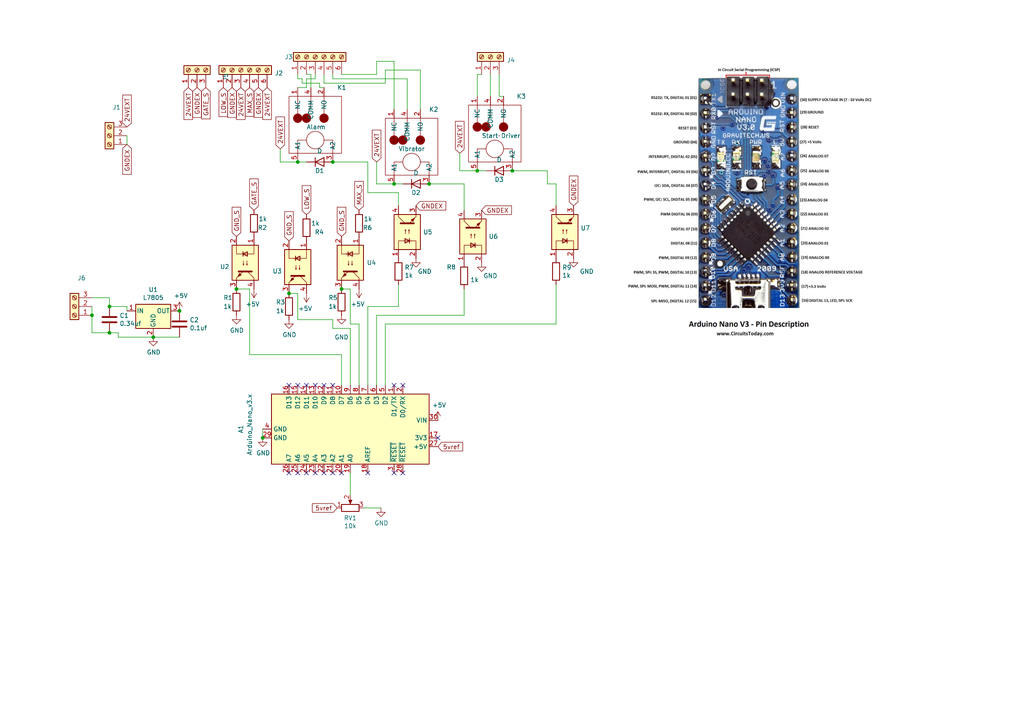
<source format=kicad_sch>
(kicad_sch (version 20230121) (generator eeschema)
  (paper "A4")
  (title_block (title "Digital control for graphite system") (date "2019-12-12") (rev "a1 by Fernando Treviño"))
  (lib_symbols
    (symbol "Connector:Screw_Terminal_01x03" (pin_names (offset 1.016) hide)
      (property "Reference" "J" (at 0 5.08 0))
      (property "Value" "Screw_Terminal_01x03" (at 0 -5.08 0))
      (symbol "Screw_Terminal_01x03_1_1"
        (rectangle (start -1.27 3.81) (end 1.27 -3.81) (stroke (width 0.254)) (fill (type background)))
        (circle (center 0 -2.54) (radius 0.635) (stroke (width 0.1524)))
        (polyline (pts (xy -0.5334 -2.2098) (xy 0.3302 -3.048)) (stroke (width 0.1524)))
        (polyline (pts (xy -0.5334 0.3302) (xy 0.3302 -0.508)) (stroke (width 0.1524)))
        (polyline (pts (xy -0.5334 2.8702) (xy 0.3302 2.032)) (stroke (width 0.1524)))
        (polyline (pts (xy -0.3556 -2.032) (xy 0.508 -2.8702)) (stroke (width 0.1524)))
        (polyline (pts (xy -0.3556 0.508) (xy 0.508 -0.3302)) (stroke (width 0.1524)))
        (polyline (pts (xy -0.3556 3.048) (xy 0.508 2.2098)) (stroke (width 0.1524)))
        (circle (center 0 0) (radius 0.635) (stroke (width 0.1524)))
        (circle (center 0 2.54) (radius 0.635) (stroke (width 0.1524)))
        (pin passive line (at -5.08 2.54 0) (length 3.81) (name "Pin_1") (number "1"))
        (pin passive line (at -5.08 0 0) (length 3.81) (name "Pin_2") (number "2"))
        (pin passive line (at -5.08 -2.54 0) (length 3.81) (name "Pin_3") (number "3"))
      )
    )
    (symbol "Connector:Screw_Terminal_01x06" (pin_names (offset 1.016) hide)
      (property "Reference" "J" (at 0 7.62 0))
      (property "Value" "Screw_Terminal_01x06" (at 0 -10.16 0))
      (symbol "Screw_Terminal_01x06_1_1"
        (rectangle (start -1.27 6.35) (end 1.27 -8.89) (stroke (width 0.254)) (fill (type background)))
        (circle (center 0 -7.62) (radius 0.635) (stroke (width 0.1524)))
        (circle (center 0 -5.08) (radius 0.635) (stroke (width 0.1524)))
        (circle (center 0 -2.54) (radius 0.635) (stroke (width 0.1524)))
        (polyline (pts (xy -0.5334 -7.2898) (xy 0.3302 -8.128)) (stroke (width 0.1524)))
        (polyline (pts (xy -0.5334 -4.7498) (xy 0.3302 -5.588)) (stroke (width 0.1524)))
        (polyline (pts (xy -0.5334 -2.2098) (xy 0.3302 -3.048)) (stroke (width 0.1524)))
        (polyline (pts (xy -0.5334 0.3302) (xy 0.3302 -0.508)) (stroke (width 0.1524)))
        (polyline (pts (xy -0.5334 2.8702) (xy 0.3302 2.032)) (stroke (width 0.1524)))
        (polyline (pts (xy -0.5334 5.4102) (xy 0.3302 4.572)) (stroke (width 0.1524)))
        (polyline (pts (xy -0.3556 -7.112) (xy 0.508 -7.9502)) (stroke (width 0.1524)))
        (polyline (pts (xy -0.3556 -4.572) (xy 0.508 -5.4102)) (stroke (width 0.1524)))
        (polyline (pts (xy -0.3556 -2.032) (xy 0.508 -2.8702)) (stroke (width 0.1524)))
        (polyline (pts (xy -0.3556 0.508) (xy 0.508 -0.3302)) (stroke (width 0.1524)))
        (polyline (pts (xy -0.3556 3.048) (xy 0.508 2.2098)) (stroke (width 0.1524)))
        (polyline (pts (xy -0.3556 5.588) (xy 0.508 4.7498)) (stroke (width 0.1524)))
        (circle (center 0 0) (radius 0.635) (stroke (width 0.1524)))
        (circle (center 0 2.54) (radius 0.635) (stroke (width 0.1524)))
        (circle (center 0 5.08) (radius 0.635) (stroke (width 0.1524)))
        (pin passive line (at -5.08 5.08 0) (length 3.81) (name "Pin_1") (number "1"))
        (pin passive line (at -5.08 2.54 0) (length 3.81) (name "Pin_2") (number "2"))
        (pin passive line (at -5.08 0 0) (length 3.81) (name "Pin_3") (number "3"))
        (pin passive line (at -5.08 -2.54 0) (length 3.81) (name "Pin_4") (number "4"))
        (pin passive line (at -5.08 -5.08 0) (length 3.81) (name "Pin_5") (number "5"))
        (pin passive line (at -5.08 -7.62 0) (length 3.81) (name "Pin_6") (number "6"))
      )
    )
    (symbol "Device:C" (pin_numbers hide) (pin_names (offset 0.254))
      (property "Reference" "C" (at 0.635 2.54 0))
      (property "Value" "C" (at 0.635 -2.54 0))
      (symbol "C_0_1"
        (polyline (pts (xy -2.032 -0.762) (xy 2.032 -0.762)) (stroke (width 0.508)))
        (polyline (pts (xy -2.032 0.762) (xy 2.032 0.762)) (stroke (width 0.508)))
      )
      (symbol "C_1_1"
        (pin passive line (at 0 3.81 270) (length 2.794) (name "~") (number "1"))
        (pin passive line (at 0 -3.81 90) (length 2.794) (name "~") (number "2"))
      )
    )
    (symbol "Device:D" (pin_numbers hide) (pin_names (offset 1.016) hide)
      (property "Reference" "D" (at 0 2.54 0))
      (property "Value" "D" (at 0 -2.54 0))
      (symbol "D_0_1"
        (polyline (pts (xy -1.27 1.27) (xy -1.27 -1.27)) (stroke (width 0.254)))
        (polyline (pts (xy 1.27 0) (xy -1.27 0)))
        (polyline (pts (xy 1.27 1.27) (xy 1.27 -1.27) (xy -1.27 0) (xy 1.27 1.27)) (stroke (width 0.254)))
      )
      (symbol "D_1_1"
        (pin passive line (at -3.81 0 0) (length 2.54) (name "K") (number "1"))
        (pin passive line (at 3.81 0 180) (length 2.54) (name "A") (number "2"))
      )
    )
    (symbol "Device:R" (pin_numbers hide) (pin_names (offset 0))
      (property "Reference" "R" (at 2.032 0 90))
      (property "Value" "R" (at 0 0 90))
      (symbol "R_0_1"
        (rectangle (start -1.016 -2.54) (end 1.016 2.54) (stroke (width 0.254)))
      )
      (symbol "R_1_1"
        (pin passive line (at 0 3.81 270) (length 1.27) (name "~") (number "1"))
        (pin passive line (at 0 -3.81 90) (length 1.27) (name "~") (number "2"))
      )
    )
    (symbol "Isolator:PC817" (pin_names (offset 1.016))
      (property "Reference" "U" (at -5.08 5.08 0))
      (property "Value" "PC817" (at 0 5.08 0))
      (symbol "PC817_0_1"
        (rectangle (start -5.08 3.81) (end 5.08 -3.81) (stroke (width 0.254)) (fill (type background)))
        (polyline (pts (xy -3.175 -0.635) (xy -1.905 -0.635)) (stroke (width 0.254)))
        (polyline (pts (xy 2.54 0.635) (xy 4.445 2.54)))
        (polyline (pts (xy 4.445 -2.54) (xy 2.54 -0.635)) (fill (type outline)))
        (polyline (pts (xy 4.445 -2.54) (xy 5.08 -2.54)))
        (polyline (pts (xy 4.445 2.54) (xy 5.08 2.54)))
        (polyline (pts (xy -5.08 2.54) (xy -2.54 2.54) (xy -2.54 -0.635)))
        (polyline (pts (xy -2.54 -0.635) (xy -2.54 -2.54) (xy -5.08 -2.54)))
        (polyline (pts (xy 2.54 1.905) (xy 2.54 -1.905) (xy 2.54 -1.905)) (stroke (width 0.508)))
        (polyline (pts (xy -2.54 -0.635) (xy -3.175 0.635) (xy -1.905 0.635) (xy -2.54 -0.635)) (stroke (width 0.254)))
        (polyline (pts (xy -0.508 -0.508) (xy 0.762 -0.508) (xy 0.381 -0.635) (xy 0.381 -0.381) (xy 0.762 -0.508)))
        (polyline (pts (xy -0.508 0.508) (xy 0.762 0.508) (xy 0.381 0.381) (xy 0.381 0.635) (xy 0.762 0.508)))
        (polyline (pts (xy 3.048 -1.651) (xy 3.556 -1.143) (xy 4.064 -2.159) (xy 3.048 -1.651) (xy 3.048 -1.651)) (fill (type outline)))
      )
      (symbol "PC817_1_1"
        (pin passive line (at -7.62 2.54 0) (length 2.54) (name "~") (number "1"))
        (pin passive line (at -7.62 -2.54 0) (length 2.54) (name "~") (number "2"))
        (pin passive line (at 7.62 -2.54 180) (length 2.54) (name "~") (number "3"))
        (pin passive line (at 7.62 2.54 180) (length 2.54) (name "~") (number "4"))
      )
    )
    (symbol "Isolator:SFH617A-2X016" (pin_names (offset 1.016))
      (property "Reference" "U" (at -5.08 5.08 0))
      (property "Value" "SFH617A-2X016" (at 0 5.08 0))
      (symbol "SFH617A-2X016_0_1"
        (rectangle (start -5.08 3.81) (end 5.08 -3.81) (stroke (width 0.254)) (fill (type background)))
        (polyline (pts (xy -3.175 -0.635) (xy -1.905 -0.635)) (stroke (width 0.254)))
        (polyline (pts (xy 2.54 0.635) (xy 4.445 2.54)))
        (polyline (pts (xy 4.445 -2.54) (xy 2.54 -0.635)) (fill (type outline)))
        (polyline (pts (xy 4.445 -2.54) (xy 5.08 -2.54)))
        (polyline (pts (xy 4.445 2.54) (xy 5.08 2.54)))
        (polyline (pts (xy -2.54 -0.635) (xy -2.54 -2.54) (xy -5.08 -2.54)))
        (polyline (pts (xy 2.54 1.905) (xy 2.54 -1.905) (xy 2.54 -1.905)) (stroke (width 0.508)))
        (polyline (pts (xy -5.08 2.54) (xy -2.54 2.54) (xy -2.54 -1.27) (xy -2.54 0.635)))
        (polyline (pts (xy -2.54 -0.635) (xy -3.175 0.635) (xy -1.905 0.635) (xy -2.54 -0.635)) (stroke (width 0.254)))
        (polyline (pts (xy -0.508 -0.508) (xy 0.762 -0.508) (xy 0.381 -0.635) (xy 0.381 -0.381) (xy 0.762 -0.508)))
        (polyline (pts (xy -0.508 0.508) (xy 0.762 0.508) (xy 0.381 0.381) (xy 0.381 0.635) (xy 0.762 0.508)))
        (polyline (pts (xy 3.048 -1.651) (xy 3.556 -1.143) (xy 4.064 -2.159) (xy 3.048 -1.651) (xy 3.048 -1.651)) (fill (type outline)))
      )
      (symbol "SFH617A-2X016_1_1"
        (pin passive line (at -7.62 2.54 0) (length 2.54) (name "~") (number "1"))
        (pin passive line (at -7.62 -2.54 0) (length 2.54) (name "~") (number "2"))
        (pin passive line (at 7.62 -2.54 180) (length 2.54) (name "~") (number "3"))
        (pin passive line (at 7.62 2.54 180) (length 2.54) (name "~") (number "4"))
      )
    )
    (symbol "MCU_Module:Arduino_Nano_v3.x"
      (property "Reference" "A" (at -10.16 23.495 0))
      (property "Value" "Arduino_Nano_v3.x" (at 5.08 -24.13 0))
      (symbol "Arduino_Nano_v3.x_0_1"
        (rectangle (start -10.16 22.86) (end 10.16 -22.86) (stroke (width 0.254)) (fill (type background)))
      )
      (symbol "Arduino_Nano_v3.x_1_1"
        (pin bidirectional line (at -12.7 12.7 0) (length 2.54) (name "D1/TX") (number "1"))
        (pin bidirectional line (at -12.7 -2.54 0) (length 2.54) (name "D7") (number "10"))
        (pin bidirectional line (at -12.7 -5.08 0) (length 2.54) (name "D8") (number "11"))
        (pin bidirectional line (at -12.7 -7.62 0) (length 2.54) (name "D9") (number "12"))
        (pin bidirectional line (at -12.7 -10.16 0) (length 2.54) (name "D10") (number "13"))
        (pin bidirectional line (at -12.7 -12.7 0) (length 2.54) (name "D11") (number "14"))
        (pin bidirectional line (at -12.7 -15.24 0) (length 2.54) (name "D12") (number "15"))
        (pin bidirectional line (at -12.7 -17.78 0) (length 2.54) (name "D13") (number "16"))
        (pin power_out line (at 2.54 25.4 270) (length 2.54) (name "3V3") (number "17"))
        (pin input line (at 12.7 5.08 180) (length 2.54) (name "AREF") (number "18"))
        (pin bidirectional line (at 12.7 0 180) (length 2.54) (name "A0") (number "19"))
        (pin bidirectional line (at -12.7 15.24 0) (length 2.54) (name "D0/RX") (number "2"))
        (pin bidirectional line (at 12.7 -2.54 180) (length 2.54) (name "A1") (number "20"))
        (pin bidirectional line (at 12.7 -5.08 180) (length 2.54) (name "A2") (number "21"))
        (pin bidirectional line (at 12.7 -7.62 180) (length 2.54) (name "A3") (number "22"))
        (pin bidirectional line (at 12.7 -10.16 180) (length 2.54) (name "A4") (number "23"))
        (pin bidirectional line (at 12.7 -12.7 180) (length 2.54) (name "A5") (number "24"))
        (pin bidirectional line (at 12.7 -15.24 180) (length 2.54) (name "A6") (number "25"))
        (pin bidirectional line (at 12.7 -17.78 180) (length 2.54) (name "A7") (number "26"))
        (pin power_out line (at 5.08 25.4 270) (length 2.54) (name "+5V") (number "27"))
        (pin input line (at 12.7 15.24 180) (length 2.54) (name "~{RESET}") (number "28"))
        (pin power_in line (at 2.54 -25.4 90) (length 2.54) (name "GND") (number "29"))
        (pin input line (at 12.7 12.7 180) (length 2.54) (name "~{RESET}") (number "3"))
        (pin power_in line (at -2.54 25.4 270) (length 2.54) (name "VIN") (number "30"))
        (pin power_in line (at 0 -25.4 90) (length 2.54) (name "GND") (number "4"))
        (pin bidirectional line (at -12.7 10.16 0) (length 2.54) (name "D2") (number "5"))
        (pin bidirectional line (at -12.7 7.62 0) (length 2.54) (name "D3") (number "6"))
        (pin bidirectional line (at -12.7 5.08 0) (length 2.54) (name "D4") (number "7"))
        (pin bidirectional line (at -12.7 2.54 0) (length 2.54) (name "D5") (number "8"))
        (pin bidirectional line (at -12.7 0 0) (length 2.54) (name "D6") (number "9"))
      )
    )
    (symbol "Regulator_Linear:L7805" (pin_names (offset 0.254))
      (property "Reference" "U" (at -3.81 3.175 0))
      (property "Value" "L7805" (at 0 3.175 0))
      (symbol "L7805_0_1"
        (rectangle (start -5.08 1.905) (end 5.08 -5.08) (stroke (width 0.254)) (fill (type background)))
      )
      (symbol "L7805_1_1"
        (pin power_in line (at -7.62 0 0) (length 2.54) (name "IN") (number "1"))
        (pin power_in line (at 0 -7.62 90) (length 2.54) (name "GND") (number "2"))
        (pin power_out line (at 7.62 0 180) (length 2.54) (name "OUT") (number "3"))
      )
    )
    (symbol "control_digital-rescue:R_POT-Device" (pin_names (offset 1.016) hide)
      (property "Reference" "RV" (at -4.445 0 90))
      (property "Value" "Device_R_POT" (at -2.54 0 90))
      (symbol "R_POT-Device_0_1"
        (polyline (pts (xy 2.54 0) (xy 1.524 0)))
        (polyline (pts (xy 1.143 0) (xy 2.286 0.508) (xy 2.286 -0.508) (xy 1.143 0)) (fill (type outline)))
        (rectangle (start 1.016 2.54) (end -1.016 -2.54) (stroke (width 0.254)))
      )
      (symbol "R_POT-Device_1_1"
        (pin passive line (at 0 3.81 270) (length 1.27) (name "1") (number "1"))
        (pin passive line (at 3.81 0 180) (length 1.27) (name "2") (number "2"))
        (pin passive line (at 0 -3.81 90) (length 1.27) (name "3") (number "3"))
      )
    )
    (symbol "control_digital-rescue:SRD-24VDC-SL-C-relay" (pin_names (offset 1.016))
      (property "Reference" "K" (at 0 10.16 0))
      (property "Value" "SRD-24VDC-SL-C-relay" (at 0 10.16 0))
      (symbol "SRD-24VDC-SL-C-relay_0_1"
        (rectangle (start -7.62 7.62) (end 8.89 -7.62))
        (circle (center -3.81 0) (radius 2.54))
        (circle (center 0 -1.27) (radius 0.0001))
        (polyline (pts (xy -7.62 5.08) (xy -7.62 5.08)))
        (polyline (pts (xy 3.81 -2.54) (xy 8.89 -2.54)))
        (polyline (pts (xy 3.81 5.08) (xy 8.89 5.08)))
        (polyline (pts (xy -3.81 -2.54) (xy -3.81 -5.08) (xy -7.62 -5.08)))
        (polyline (pts (xy -3.81 2.54) (xy -3.81 5.08) (xy -7.62 5.08)))
        (polyline (pts (xy 2.54 2.54) (xy 6.35 1.27) (xy 8.89 1.27)))
        (circle (center 2.54 -2.54) (radius 1.27) (fill (type outline)))
        (circle (center 2.54 2.54) (radius 1.27) (fill (type outline)))
        (circle (center 2.54 5.08) (radius 1.27) (fill (type outline)))
        (circle (center 3.81 2.54) (radius 0.0001))
        (circle (center 3.81 5.08) (radius 0.0001))
      )
      (symbol "SRD-24VDC-SL-C-relay_1_1"
        (pin bidirectional line (at 11.43 5.08 180) (length 2.54) (name "NC") (number "1"))
        (pin bidirectional line (at 11.43 -2.54 180) (length 2.54) (name "NO") (number "2"))
        (pin input line (at -10.16 -5.08 0) (length 2.54) (name "A2") (number "3"))
        (pin bidirectional line (at 11.43 1.27 180) (length 2.54) (name "COMM") (number "4"))
        (pin input line (at -10.16 5.08 0) (length 2.54) (name "A1") (number "5"))
      )
    )
    (symbol "power:+5V" (power) (pin_names (offset 0))
      (property "Value" "+5V" (at 0 3.556 0))
      (symbol "+5V_0_1"
        (polyline (pts (xy -0.762 1.27) (xy 0 2.54)))
        (polyline (pts (xy 0 0) (xy 0 2.54)))
        (polyline (pts (xy 0 2.54) (xy 0.762 1.27)))
      )
      (symbol "+5V_1_1"
        (pin power_in line (at 0 0 90) (length 0) hide (name "+5V") (number "1"))
      )
    )
    (symbol "power:GND" (power) (pin_names (offset 0))
      (property "Value" "GND" (at 0 -3.81 0))
      (symbol "GND_0_1"
        (polyline (pts (xy 0 0) (xy 0 -1.27) (xy 1.27 -1.27) (xy 0 -2.54) (xy -1.27 -1.27) (xy 0 -1.27)))
      )
      (symbol "GND_1_1"
        (pin power_in line (at 0 0 270) (length 0) hide (name "GND") (number "1"))
      )
    )
  )
  (junction (at 31.75 88.9))
  (junction (at 68.58 83.82))
  (junction (at 138.43 49.53))
  (junction (at 31.75 96.52))
  (junction (at 52.07 90.17))
  (junction (at 148.59 49.53))
  (junction (at 99.06 83.82))
  (junction (at 96.52 46.99))
  (junction (at 86.36 46.99))
  (junction (at 44.45 97.79))
  (junction (at 114.3 53.34))
  (junction (at 26.67 91.44))
  (junction (at 76.2 127))
  (junction (at 124.46 53.34))
  (junction (at 83.82 85.09))
  (no_connect (at 91.44 111.76))
  (no_connect (at 93.98 137.16))
  (no_connect (at 88.9 137.16))
  (no_connect (at 114.3 137.16))
  (no_connect (at 91.44 137.16))
  (no_connect (at 96.52 111.76))
  (no_connect (at 93.98 111.76))
  (no_connect (at 83.82 137.16))
  (no_connect (at 96.52 137.16))
  (no_connect (at 127 127))
  (no_connect (at 116.84 111.76))
  (no_connect (at 86.36 111.76))
  (no_connect (at 99.06 137.16))
  (no_connect (at 83.82 111.76))
  (no_connect (at 86.36 137.16))
  (no_connect (at 88.9 111.76))
  (no_connect (at 106.68 137.16))
  (no_connect (at 116.84 137.16))
  (no_connect (at 114.3 111.76))
  (wire (pts (xy 106.68 46.99) (xy 96.52 46.99)))
  (wire (pts (xy 99.06 111.76) (xy 99.06 102.87)))
  (wire (pts (xy 31.75 96.52) (xy 34.29 96.52)))
  (wire (pts (xy 114.3 17.78) (xy 114.3 31.75)))
  (wire (pts (xy 72.39 102.87) (xy 72.39 83.82)))
  (wire (pts (xy 99.06 21.59) (xy 109.22 21.59)))
  (wire (pts (xy 115.57 59.69) (xy 115.57 55.88)))
  (wire (pts (xy 104.14 93.98) (xy 104.14 111.76)))
  (wire (pts (xy 88.9 46.99) (xy 86.36 46.99)))
  (wire (pts (xy 31.75 86.36) (xy 26.67 86.36)))
  (wire (pts (xy 146.05 27.94) (xy 144.78 27.94)))
  (wire (pts (xy 83.82 85.09) (xy 86.36 85.09)))
  (wire (pts (xy 96.52 22.86) (xy 96.52 21.59)))
  (wire (pts (xy 88.9 22.86) (xy 91.44 22.86)))
  (wire (pts (xy 87.63 22.86) (xy 86.36 22.86)))
  (wire (pts (xy 81.28 46.99) (xy 81.28 43.18)))
  (wire (pts (xy 93.98 24.13) (xy 111.76 24.13)))
  (wire (pts (xy 148.59 49.53) (xy 158.75 49.53)))
  (wire (pts (xy 134.62 53.34) (xy 124.46 53.34)))
  (wire (pts (xy 106.68 111.76) (xy 106.68 88.9)))
  (wire (pts (xy 31.75 88.9) (xy 31.75 86.36)))
  (wire (pts (xy 99.06 102.87) (xy 72.39 102.87)))
  (wire (pts (xy 34.29 97.79) (xy 44.45 97.79)))
  (wire (pts (xy 26.67 88.9) (xy 26.67 91.44)))
  (wire (pts (xy 88.9 25.4) (xy 88.9 22.86)))
  (wire (pts (xy 92.71 24.13) (xy 87.63 24.13)))
  (wire (pts (xy 118.11 22.86) (xy 96.52 22.86)))
  (wire (pts (xy 86.36 25.4) (xy 88.9 25.4)))
  (wire (pts (xy 106.68 55.88) (xy 106.68 46.99)))
  (wire (pts (xy 109.22 21.59) (xy 109.22 17.78)))
  (wire (pts (xy 115.57 88.9) (xy 115.57 82.55)))
  (wire (pts (xy 36.83 90.17) (xy 36.83 88.9)))
  (wire (pts (xy 111.76 111.76) (xy 111.76 93.98)))
  (wire (pts (xy 116.84 53.34) (xy 114.3 53.34)))
  (wire (pts (xy 26.67 96.52) (xy 31.75 96.52)))
  (wire (pts (xy 158.75 53.34) (xy 161.29 53.34)))
  (wire (pts (xy 161.29 93.98) (xy 161.29 82.55)))
  (wire (pts (xy 86.36 85.09) (xy 86.36 92.71)))
  (wire (pts (xy 109.22 91.44) (xy 134.62 91.44)))
  (wire (pts (xy 161.29 53.34) (xy 161.29 59.69)))
  (wire (pts (xy 90.17 25.4) (xy 90.17 21.59)))
  (wire (pts (xy 109.22 53.34) (xy 109.22 46.99)))
  (wire (pts (xy 26.67 91.44) (xy 26.67 96.52)))
  (wire (pts (xy 111.76 20.32) (xy 121.92 20.32)))
  (wire (pts (xy 44.45 97.79) (xy 52.07 97.79)))
  (wire (pts (xy 36.83 88.9) (xy 31.75 88.9)))
  (wire (pts (xy 109.22 111.76) (xy 109.22 91.44)))
  (wire (pts (xy 93.98 25.4) (xy 92.71 25.4)))
  (wire (pts (xy 111.76 24.13) (xy 111.76 20.32)))
  (wire (pts (xy 87.63 24.13) (xy 87.63 22.86)))
  (wire (pts (xy 76.2 124.46) (xy 76.2 127)))
  (wire (pts (xy 109.22 53.34) (xy 114.3 53.34)))
  (wire (pts (xy 93.98 21.59) (xy 93.98 24.13)))
  (wire (pts (xy 133.35 44.45) (xy 133.35 49.53)))
  (wire (pts (xy 96.52 92.71) (xy 96.52 95.25)))
  (wire (pts (xy 138.43 21.59) (xy 139.7 21.59)))
  (wire (pts (xy 105.41 147.32) (xy 110.49 147.32)))
  (wire (pts (xy 118.11 31.75) (xy 118.11 22.86)))
  (wire (pts (xy 138.43 27.94) (xy 138.43 21.59)))
  (wire (pts (xy 111.76 93.98) (xy 161.29 93.98)))
  (wire (pts (xy 99.06 83.82) (xy 101.6 83.82)))
  (wire (pts (xy 134.62 83.82) (xy 134.62 91.44)))
  (wire (pts (xy 68.58 83.82) (xy 72.39 83.82)))
  (wire (pts (xy 91.44 22.86) (xy 91.44 21.59)))
  (wire (pts (xy 133.35 49.53) (xy 138.43 49.53)))
  (wire (pts (xy 134.62 60.96) (xy 134.62 53.34)))
  (wire (pts (xy 144.78 27.94) (xy 144.78 21.59)))
  (wire (pts (xy 90.17 21.59) (xy 88.9 21.59)))
  (wire (pts (xy 101.6 83.82) (xy 101.6 93.98)))
  (wire (pts (xy 96.52 95.25) (xy 101.6 95.25)))
  (wire (pts (xy 101.6 95.25) (xy 101.6 111.76)))
  (wire (pts (xy 109.22 17.78) (xy 114.3 17.78)))
  (wire (pts (xy 34.29 96.52) (xy 34.29 97.79)))
  (wire (pts (xy 86.36 92.71) (xy 96.52 92.71)))
  (wire (pts (xy 121.92 20.32) (xy 121.92 31.75)))
  (wire (pts (xy 106.68 88.9) (xy 115.57 88.9)))
  (wire (pts (xy 115.57 55.88) (xy 106.68 55.88)))
  (wire (pts (xy 99.06 82.55) (xy 99.06 83.82)))
  (wire (pts (xy 86.36 22.86) (xy 86.36 21.59)))
  (wire (pts (xy 86.36 46.99) (xy 81.28 46.99)))
  (wire (pts (xy 158.75 49.53) (xy 158.75 53.34)))
  (wire (pts (xy 142.24 27.94) (xy 142.24 21.59)))
  (wire (pts (xy 101.6 137.16) (xy 101.6 143.51)))
  (wire (pts (xy 138.43 49.53) (xy 140.97 49.53)))
  (wire (pts (xy 92.71 25.4) (xy 92.71 24.13)))
  (wire (pts (xy 36.83 39.37) (xy 36.83 41.91)))
  (wire (pts (xy 101.6 93.98) (xy 104.14 93.98)))
  (image (at 217.17 58.42))
  (global_label "5vref" (shape input) (at 97.79 147.32 180) (property "Intersheetrefs" "${INTERSHEET_REFS}" (effects hide)))
  (global_label "24VEXT" (shape input) (at 109.22 46.99 90) (property "Intersheetrefs" "${INTERSHEET_REFS}" (effects hide)))
  (global_label "GNDEX" (shape input) (at 120.65 59.69 0) (property "Intersheetrefs" "${INTERSHEET_REFS}" (effects hide)))
  (global_label "24VEXT" (shape input) (at 77.47 25.4 270) (property "Intersheetrefs" "${INTERSHEET_REFS}" (effects hide)))
  (global_label "GNDEX" (shape input) (at 74.93 25.4 270) (property "Intersheetrefs" "${INTERSHEET_REFS}" (effects hide)))
  (global_label "5vref" (shape input) (at 127 129.54 0) (property "Intersheetrefs" "${INTERSHEET_REFS}" (effects hide)))
  (global_label "24VEXT" (shape input) (at 36.83 36.83 90) (property "Intersheetrefs" "${INTERSHEET_REFS}" (effects hide)))
  (global_label "GATE_S" (shape input) (at 73.66 60.96 90) (property "Intersheetrefs" "${INTERSHEET_REFS}" (effects hide)))
  (global_label "LOW_S" (shape input) (at 88.9 62.23 90) (property "Intersheetrefs" "${INTERSHEET_REFS}" (effects hide)))
  (global_label "MAX_S" (shape input) (at 72.39 25.4 270) (property "Intersheetrefs" "${INTERSHEET_REFS}" (effects hide)))
  (global_label "GND_S" (shape input) (at 99.06 68.58 90) (property "Intersheetrefs" "${INTERSHEET_REFS}" (effects hide)))
  (global_label "24VEXT" (shape input) (at 81.28 43.18 90) (property "Intersheetrefs" "${INTERSHEET_REFS}" (effects hide)))
  (global_label "GNDEX" (shape input) (at 36.83 41.91 270) (property "Intersheetrefs" "${INTERSHEET_REFS}" (effects hide)))
  (global_label "GNDEX" (shape input) (at 57.15 25.4 270) (property "Intersheetrefs" "${INTERSHEET_REFS}" (effects hide)))
  (global_label "MAX_S" (shape input) (at 104.14 60.96 90) (property "Intersheetrefs" "${INTERSHEET_REFS}" (effects hide)))
  (global_label "24VEXT" (shape input) (at 54.61 25.4 270) (property "Intersheetrefs" "${INTERSHEET_REFS}" (effects hide)))
  (global_label "GND_S" (shape input) (at 68.58 68.58 90) (property "Intersheetrefs" "${INTERSHEET_REFS}" (effects hide)))
  (global_label "LOW_S" (shape input) (at 64.77 25.4 270) (property "Intersheetrefs" "${INTERSHEET_REFS}" (effects hide)))
  (global_label "GNDEX" (shape input) (at 166.37 59.69 90) (property "Intersheetrefs" "${INTERSHEET_REFS}" (effects hide)))
  (global_label "GATE_S" (shape input) (at 59.69 25.4 270) (property "Intersheetrefs" "${INTERSHEET_REFS}" (effects hide)))
  (global_label "GND_S" (shape input) (at 83.82 69.85 90) (property "Intersheetrefs" "${INTERSHEET_REFS}" (effects hide)))
  (global_label "GNDEX" (shape input) (at 67.31 25.4 270) (property "Intersheetrefs" "${INTERSHEET_REFS}" (effects hide)))
  (global_label "24VEXT" (shape input) (at 69.85 25.4 270) (property "Intersheetrefs" "${INTERSHEET_REFS}" (effects hide)))
  (global_label "24VEXT" (shape input) (at 133.35 44.45 90) (property "Intersheetrefs" "${INTERSHEET_REFS}" (effects hide)))
  (global_label "GNDEX" (shape input) (at 139.7 60.96 0) (property "Intersheetrefs" "${INTERSHEET_REFS}" (effects hide)))
  (symbol (lib_id "MCU_Module:Arduino_Nano_v3.x") (at 101.6 124.46 270) (unit 1)
    (property "Reference" "A1" (at 69.85 125.73 0) (effects (justify right)))
    (property "Value" "Arduino_Nano_v3.x" (at 72.39 132.08 0) (effects (justify right)))
    (property "Footprint" "Module:Arduino_Nano" (effects hide))
    (property "Datasheet" "http://www.mouser.com/pdfdocs/Gravitech_Arduino_Nano3_0.pdf" (effects hide))
  )
  (symbol (lib_id "Regulator_Linear:L7805") (at 44.45 90.17 0) (unit 1)
    (property "Reference" "U1" (at 44.45 84.0232 0))
    (property "Value" "L7805" (at 44.45 86.3346 0))
    (property "Footprint" "Fernando_library:Regulator7805" (effects hide))
    (property "Datasheet" "http://www.st.com/content/ccc/resource/technical/document/datasheet/41/4f/b3/b0/12/d4/47/88/CD00000444.pdf/files/CD00000444.pdf/jcr:content/translations/en.CD00000444.pdf" (effects hide))
  )
  (symbol (lib_id "Isolator:SFH617A-2X016") (at 101.6 76.2 270) (unit 1)
    (property "Reference" "U4" (at 106.3752 76.2 90) (effects (justify left)))
    (property "Value" "SFH617A-2X016" (effects hide))
    (property "Footprint" "Package_DIP:DIP-4_W10.16mm" (effects hide))
    (property "Datasheet" "http://www.vishay.com/docs/83740/sfh617a.pdf" (effects hide))
  )
  (symbol (lib_id "Isolator:SFH617A-2X016") (at 86.36 77.47 270) (unit 1)
    (property "Reference" "U3" (at 81.788 78.6384 90) (effects (justify right)))
    (property "Value" "SFH617A-2X016" (effects hide))
    (property "Footprint" "Package_DIP:DIP-4_W10.16mm" (effects hide))
    (property "Datasheet" "http://www.vishay.com/docs/83740/sfh617a.pdf" (effects hide))
  )
  (symbol (lib_id "Isolator:PC817") (at 71.12 76.2 270) (unit 1)
    (property "Reference" "U2" (at 66.548 77.3684 90) (effects (justify right)))
    (property "Value" "SFH617A-2X016" (effects hide))
    (property "Footprint" "Package_DIP:DIP-4_W7.62mm" (effects hide))
    (property "Datasheet" "http://www.soselectronic.cz/a_info/resource/d/pc817.pdf" (effects hide))
  )
  (symbol (lib_id "Isolator:SFH617A-2X016") (at 118.11 67.31 90) (unit 1)
    (property "Reference" "U5" (at 122.682 67.31 90) (effects (justify right)))
    (property "Value" "SFH617A-2X016" (effects hide))
    (property "Footprint" "Package_DIP:DIP-4_W10.16mm" (effects hide))
    (property "Datasheet" "http://www.vishay.com/docs/83740/sfh617a.pdf" (effects hide))
  )
  (symbol (lib_id "Isolator:SFH617A-2X016") (at 137.16 68.58 90) (unit 1)
    (property "Reference" "U6" (at 141.732 68.58 90) (effects (justify right)))
    (property "Value" "SFH617A-2X016" (effects hide))
    (property "Footprint" "Package_DIP:DIP-4_W10.16mm" (effects hide))
    (property "Datasheet" "http://www.vishay.com/docs/83740/sfh617a.pdf" (effects hide))
  )
  (symbol (lib_id "Isolator:SFH617A-2X016") (at 163.83 67.31 90) (unit 1)
    (property "Reference" "U7" (at 168.402 66.1416 90) (effects (justify right)))
    (property "Value" "SFH617A-2X016" (effects hide))
    (property "Footprint" "Package_DIP:DIP-4_W10.16mm" (effects hide))
    (property "Datasheet" "http://www.vishay.com/docs/83740/sfh617a.pdf" (effects hide))
  )
  (symbol (lib_id "Device:R") (at 161.29 78.74 0) (unit 1)
    (property "Reference" "R9" (at 163.068 77.5716 0) (effects (justify left)))
    (property "Value" "1k" (at 163.068 79.883 0) (effects (justify left)))
    (property "Footprint" "Resistor_THT:R_Axial_DIN0309_L9.0mm_D3.2mm_P12.70mm_Horizontal" (effects hide))
  )
  (symbol (lib_id "Device:R") (at 134.62 80.01 0) (unit 1)
    (property "Reference" "R8" (at 129.54 77.47 0) (effects (justify left)))
    (property "Value" "1k" (at 136.398 81.153 0) (effects (justify left)))
    (property "Footprint" "Resistor_THT:R_Axial_DIN0309_L9.0mm_D3.2mm_P12.70mm_Horizontal" (effects hide))
  )
  (symbol (lib_id "Device:R") (at 115.57 78.74 0) (unit 1)
    (property "Reference" "R7" (at 117.348 77.5716 0) (effects (justify left)))
    (property "Value" "1k" (at 117.348 79.883 0) (effects (justify left)))
    (property "Footprint" "Resistor_THT:R_Axial_DIN0309_L9.0mm_D3.2mm_P12.70mm_Horizontal" (effects hide))
  )
  (symbol (lib_id "Device:R") (at 73.66 64.77 180) (unit 1)
    (property "Reference" "R2" (at 77.47 66.04 0) (effects (justify left)))
    (property "Value" "1k" (at 77.47 63.5 0) (effects (justify left)))
    (property "Footprint" "Resistor_THT:R_Axial_DIN0309_L9.0mm_D3.2mm_P12.70mm_Horizontal" (effects hide))
  )
  (symbol (lib_id "Device:R") (at 88.9 66.04 180) (unit 1)
    (property "Reference" "R4" (at 93.98 67.31 0) (effects (justify left)))
    (property "Value" "1k" (at 92.71 64.77 0) (effects (justify left)))
    (property "Footprint" "Resistor_THT:R_Axial_DIN0309_L9.0mm_D3.2mm_P12.70mm_Horizontal" (effects hide))
  )
  (symbol (lib_id "Device:R") (at 104.14 64.77 180) (unit 1)
    (property "Reference" "R6" (at 107.95 66.04 0) (effects (justify left)))
    (property "Value" "1k" (at 107.95 63.5 0) (effects (justify left)))
    (property "Footprint" "Resistor_THT:R_Axial_DIN0309_L9.0mm_D3.2mm_P12.70mm_Horizontal" (effects hide))
  )
  (symbol (lib_id "Device:R") (at 99.06 87.63 0) (unit 1)
    (property "Reference" "R5" (at 95.25 86.36 0) (effects (justify left)))
    (property "Value" "1k" (at 95.25 88.9 0) (effects (justify left)))
    (property "Footprint" "Resistor_THT:R_Axial_DIN0309_L9.0mm_D3.2mm_P12.70mm_Horizontal" (effects hide))
  )
  (symbol (lib_id "Device:R") (at 83.82 88.9 0) (unit 1)
    (property "Reference" "R3" (at 80.01 87.63 0) (effects (justify left)))
    (property "Value" "1k" (at 80.01 90.17 0) (effects (justify left)))
    (property "Footprint" "Resistor_THT:R_Axial_DIN0309_L9.0mm_D3.2mm_P12.70mm_Horizontal" (effects hide))
  )
  (symbol (lib_id "Device:R") (at 68.58 87.63 0) (unit 1)
    (property "Reference" "R1" (at 64.77 86.36 0) (effects (justify left)))
    (property "Value" "1k" (at 64.77 88.9 0) (effects (justify left)))
    (property "Footprint" "Resistor_THT:R_Axial_DIN0309_L9.0mm_D3.2mm_P12.70mm_Horizontal" (effects hide))
  )
  (symbol (lib_id "power:GND") (at 68.58 91.44 0) (unit 1)
    (property "Reference" "#PWR03" (effects hide))
    (property "Value" "GND" (at 68.707 95.8342 0))
  )
  (symbol (lib_id "power:GND") (at 83.82 92.71 0) (unit 1)
    (property "Reference" "#PWR06" (effects hide))
    (property "Value" "GND" (at 83.947 97.1042 0))
  )
  (symbol (lib_id "power:GND") (at 99.06 91.44 0) (unit 1)
    (property "Reference" "#PWR08" (effects hide))
    (property "Value" "GND" (at 99.06 97.79 0))
  )
  (symbol (lib_id "power:GND") (at 120.65 74.93 0) (unit 1)
    (property "Reference" "#PWR011" (effects hide))
    (property "Value" "GND" (at 123.19 78.74 0))
  )
  (symbol (lib_id "power:GND") (at 139.7 76.2 0) (unit 1)
    (property "Reference" "#PWR013" (effects hide))
    (property "Value" "GND" (at 142.24 80.01 0))
  )
  (symbol (lib_id "power:GND") (at 166.37 74.93 0) (unit 1)
    (property "Reference" "#PWR014" (effects hide))
    (property "Value" "GND" (at 170.18 78.74 0))
  )
  (symbol (lib_id "power:+5V") (at 73.66 83.82 180) (unit 1)
    (property "Reference" "#PWR04" (effects hide))
    (property "Value" "+5V" (at 73.279 88.2142 0))
  )
  (symbol (lib_id "power:+5V") (at 88.9 85.09 180) (unit 1)
    (property "Reference" "#PWR07" (effects hide))
    (property "Value" "+5V" (at 88.519 89.4842 0))
  )
  (symbol (lib_id "power:+5V") (at 104.14 83.82 180) (unit 1)
    (property "Reference" "#PWR09" (effects hide))
    (property "Value" "+5V" (at 103.759 88.2142 0))
  )
  (symbol (lib_id "power:GND") (at 76.2 127 0) (unit 1)
    (property "Reference" "#PWR05" (effects hide))
    (property "Value" "GND" (at 76.327 131.3942 0))
  )
  (symbol (lib_id "power:+5V") (at 127 121.92 0) (unit 1)
    (property "Reference" "#PWR012" (effects hide))
    (property "Value" "+5V" (at 127.381 117.5258 0))
  )
  (symbol (lib_id "power:GND") (at 44.45 97.79 0) (unit 1)
    (property "Reference" "#PWR01" (effects hide))
    (property "Value" "GND" (at 44.577 102.1842 0))
  )
  (symbol (lib_id "power:+5V") (at 52.07 90.17 0) (unit 1)
    (property "Reference" "#PWR02" (effects hide))
    (property "Value" "+5V" (at 52.451 85.7758 0))
  )
  (symbol (lib_id "control_digital-rescue:SRD-24VDC-SL-C-relay") (at 143.51 39.37 90) (unit 1)
    (property "Reference" "K3" (at 149.86 27.94 90) (effects (justify right)))
    (property "Value" "Start Driver" (at 139.7 39.37 90) (effects (justify right)))
    (property "Footprint" "Fernando_library:SRD-24VDC-SL-C" (effects hide))
  )
  (symbol (lib_id "Connector:Screw_Terminal_01x06") (at 91.44 16.51 90) (unit 1)
    (property "Reference" "J3" (at 82.55 16.51 90) (effects (justify right)))
    (property "Value" "Screw_Terminal_01x06" (effects hide))
    (property "Footprint" "TerminalBlock:TerminalBlock_bornier-6_P5.08mm" (effects hide))
  )
  (symbol (lib_id "control_digital-rescue:SRD-24VDC-SL-C-relay") (at 119.38 43.18 90) (unit 1)
    (property "Reference" "K2" (at 124.46 31.75 90) (effects (justify right)))
    (property "Value" "Vibrator" (at 115.57 43.18 90) (effects (justify right)))
    (property "Footprint" "Fernando_library:SRD-24VDC-SL-C" (effects hide))
  )
  (symbol (lib_id "control_digital-rescue:SRD-24VDC-SL-C-relay") (at 91.44 36.83 90) (unit 1)
    (property "Reference" "K1" (at 97.79 25.4 90) (effects (justify right)))
    (property "Value" "Alarm" (at 88.9 36.83 90) (effects (justify right)))
    (property "Footprint" "Fernando_library:SRD-24VDC-SL-C" (effects hide))
  )
  (symbol (lib_id "Connector:Screw_Terminal_01x03") (at 142.24 16.51 90) (unit 1)
    (property "Reference" "J4" (at 147.0152 17.4244 90) (effects (justify right)))
    (property "Value" "Screw_Terminal_01x03" (effects hide))
    (property "Footprint" "TerminalBlock:TerminalBlock_bornier-3_P5.08mm" (effects hide))
  )
  (symbol (lib_id "Device:D") (at 144.78 49.53 0) (unit 1)
    (property "Reference" "D3" (at 144.78 52.07 0))
    (property "Value" "D" (at 144.78 46.355 0))
    (property "Footprint" "Diode_THT:D_A-405_P7.62mm_Horizontal" (effects hide))
  )
  (symbol (lib_id "Device:D") (at 120.65 53.34 0) (unit 1)
    (property "Reference" "D2" (at 120.65 55.88 0))
    (property "Value" "D" (at 120.65 50.165 0))
    (property "Footprint" "Diode_THT:D_A-405_P7.62mm_Horizontal" (effects hide))
  )
  (symbol (lib_id "Device:D") (at 92.71 46.99 0) (unit 1)
    (property "Reference" "D1" (at 92.71 49.53 0))
    (property "Value" "D" (at 92.71 43.815 0))
    (property "Footprint" "Diode_THT:D_A-405_P7.62mm_Horizontal" (effects hide))
  )
  (symbol (lib_id "Connector:Screw_Terminal_01x06") (at 69.85 20.32 90) (unit 1)
    (property "Reference" "J2" (at 79.7052 21.2344 90) (effects (justify right)))
    (property "Value" "Screw_Terminal_01x06" (effects hide))
    (property "Footprint" "TerminalBlock:TerminalBlock_bornier-6_P5.08mm" (effects hide))
  )
  (symbol (lib_id "Connector:Screw_Terminal_01x03") (at 31.75 39.37 180) (unit 1)
    (property "Reference" "J1" (at 33.8328 31.115 0))
    (property "Value" "Screw_Terminal_01x03" (effects hide))
    (property "Footprint" "TerminalBlock:TerminalBlock_bornier-3_P5.08mm" (effects hide))
  )
  (symbol (lib_id "control_digital-rescue:R_POT-Device") (at 101.6 147.32 90) (unit 1)
    (property "Reference" "RV1" (at 101.6 150.241 90))
    (property "Value" "10k" (at 101.6 152.5524 90))
    (property "Footprint" "Fernando_library:pot_f" (effects hide))
  )
  (symbol (lib_id "power:GND") (at 110.49 147.32 0) (unit 1)
    (property "Reference" "#PWR010" (effects hide))
    (property "Value" "GND" (at 110.617 151.7142 0))
  )
  (symbol (lib_id "Connector:Screw_Terminal_01x03") (at 21.59 88.9 180) (unit 1)
    (property "Reference" "J6" (at 23.6728 80.645 0))
    (property "Value" "Screw_Terminal_01x03" (effects hide))
    (property "Footprint" "TerminalBlock:TerminalBlock_bornier-3_P5.08mm" (effects hide))
  )
  (symbol (lib_id "Device:C") (at 52.07 93.98 0) (unit 1)
    (property "Reference" "C2" (at 54.991 92.8116 0) (effects (justify left)))
    (property "Value" "0.1uf" (at 54.991 95.123 0) (effects (justify left)))
    (property "Footprint" "Capacitor_THT:CP_Radial_D6.3mm_P2.50mm" (effects hide))
  )
  (symbol (lib_id "Device:C") (at 31.75 92.71 0) (unit 1)
    (property "Reference" "C1" (at 34.671 91.5416 0) (effects (justify left)))
    (property "Value" "0.34uf" (at 34.671 93.853 0) (effects (justify left)))
    (property "Footprint" "Capacitor_THT:CP_Radial_D6.3mm_P2.50mm" (effects hide))
  )
  (symbol (lib_id "Connector:Screw_Terminal_01x03") (at 57.15 20.32 90) (unit 1)
    (property "Reference" "J5" (at 65.405 22.4028 0))
    (property "Value" "Screw_Terminal_01x03" (effects hide))
    (property "Footprint" "TerminalBlock:TerminalBlock_bornier-3_P5.08mm" (effects hide))
  )
)
</source>
